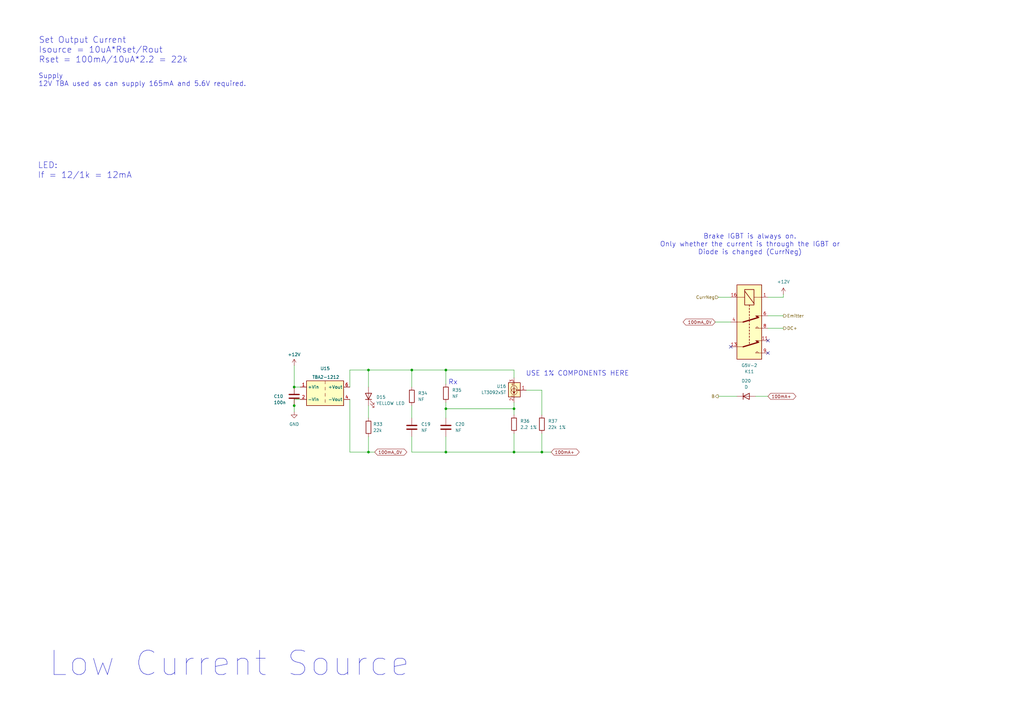
<source format=kicad_sch>
(kicad_sch (version 20231120) (generator "eeschema") (generator_version "8.0")
  (paper "A3")
  (title_block (title "GAVIM V4 TEST 137") (date "2024-06-25") (rev "04.02") (company "Nidec Drives"))
  (lib_symbols
    (symbol "Converter_DCDC:TBA2-1212"
      (property "Reference" "U" (at -6.35 6.35 0))
      (property "Value" "TBA2-1212" (at 2.54 6.35 0))
      (symbol "TBA2-1212_0_1"
        (rectangle (start -7.62 5.08) (end 7.62 -5.08) (stroke (width 0.254)) (fill (type background)))
        (polyline (pts (xy 0 -2.54) (xy 0 -3.81)))
        (polyline (pts (xy 0 0) (xy 0 -1.27)))
        (polyline (pts (xy 0 2.54) (xy 0 1.27)))
        (polyline (pts (xy 0 5.08) (xy 0 3.81)))
      )
      (symbol "TBA2-1212_1_1"
        (pin power_in line (at -10.16 2.54 0) (length 2.54) (name "+Vin") (number "1"))
        (pin power_in line (at -10.16 -2.54 0) (length 2.54) (name "-Vin") (number "2"))
        (pin power_out line (at 10.16 -2.54 180) (length 2.54) (name "-Vout") (number "4"))
        (pin power_out line (at 10.16 2.54 180) (length 2.54) (name "+Vout") (number "6"))
      )
    )
    (symbol "Device:C" (pin_numbers hide) (pin_names (offset 0.254))
      (property "Reference" "C" (at 0.635 2.54 0))
      (property "Value" "C" (at 0.635 -2.54 0))
      (symbol "C_0_1"
        (polyline (pts (xy -2.032 -0.762) (xy 2.032 -0.762)) (stroke (width 0.508)))
        (polyline (pts (xy -2.032 0.762) (xy 2.032 0.762)) (stroke (width 0.508)))
      )
      (symbol "C_1_1"
        (pin passive line (at 0 3.81 270) (length 2.794) (name "~") (number "1"))
        (pin passive line (at 0 -3.81 90) (length 2.794) (name "~") (number "2"))
      )
    )
    (symbol "Device:D" (pin_numbers hide) (pin_names (offset 1.016) hide)
      (property "Reference" "D" (at 0 2.54 0))
      (property "Value" "D" (at 0 -2.54 0))
      (symbol "D_0_1"
        (polyline (pts (xy -1.27 1.27) (xy -1.27 -1.27)) (stroke (width 0.254)))
        (polyline (pts (xy 1.27 0) (xy -1.27 0)))
        (polyline (pts (xy 1.27 1.27) (xy 1.27 -1.27) (xy -1.27 0) (xy 1.27 1.27)) (stroke (width 0.254)))
      )
      (symbol "D_1_1"
        (pin passive line (at -3.81 0 0) (length 2.54) (name "K") (number "1"))
        (pin passive line (at 3.81 0 180) (length 2.54) (name "A") (number "2"))
      )
    )
    (symbol "Device:LED" (pin_numbers hide) (pin_names (offset 1.016) hide)
      (property "Reference" "D" (at 0 2.54 0))
      (property "Value" "LED" (at 0 -2.54 0))
      (symbol "LED_0_1"
        (polyline (pts (xy -1.27 -1.27) (xy -1.27 1.27)) (stroke (width 0.254)))
        (polyline (pts (xy -1.27 0) (xy 1.27 0)))
        (polyline (pts (xy 1.27 -1.27) (xy 1.27 1.27) (xy -1.27 0) (xy 1.27 -1.27)) (stroke (width 0.254)))
        (polyline (pts (xy -3.048 -0.762) (xy -4.572 -2.286) (xy -3.81 -2.286) (xy -4.572 -2.286) (xy -4.572 -1.524)))
        (polyline (pts (xy -1.778 -0.762) (xy -3.302 -2.286) (xy -2.54 -2.286) (xy -3.302 -2.286) (xy -3.302 -1.524)))
      )
      (symbol "LED_1_1"
        (pin passive line (at -3.81 0 0) (length 2.54) (name "K") (number "1"))
        (pin passive line (at 3.81 0 180) (length 2.54) (name "A") (number "2"))
      )
    )
    (symbol "Device:R" (pin_numbers hide) (pin_names (offset 0))
      (property "Reference" "R" (at 2.032 0 90))
      (property "Value" "R" (at 0 0 90))
      (symbol "R_0_1"
        (rectangle (start -1.016 -2.54) (end 1.016 2.54) (stroke (width 0.254)))
      )
      (symbol "R_1_1"
        (pin passive line (at 0 3.81 270) (length 1.27) (name "~") (number "1"))
        (pin passive line (at 0 -3.81 90) (length 1.27) (name "~") (number "2"))
      )
    )
    (symbol "Reference_Current:LT3092xST"
      (property "Reference" "U" (at 0.635 6.35 0))
      (property "Value" "LT3092xST" (at 0.635 4.445 0))
      (symbol "LT3092xST_0_1"
        (rectangle (start -2.286 3.048) (end 2.54 -2.794) (stroke (width 0.254)) (fill (type background)))
        (circle (center 0 -0.635) (radius 1.27))
        (polyline (pts (xy -1.143 -2.413) (xy -0.381 -2.413)))
        (polyline (pts (xy -1.016 2.413) (xy -0.254 2.413)))
        (polyline (pts (xy -0.635 2.794) (xy -0.635 2.032)))
        (polyline (pts (xy 0 -1.905) (xy 0 -3.175)))
        (polyline (pts (xy 0 1.397) (xy 0 -1.397)) (stroke (width 0.254)))
        (polyline (pts (xy 0 3.81) (xy 0 1.905)))
        (polyline (pts (xy 5.08 0) (xy 1.27 0)))
        (polyline (pts (xy 0 -1.397) (xy -0.254 -0.889) (xy 0.254 -0.889) (xy 0 -1.397)) (stroke (width 0.254)))
        (polyline (pts (xy 1.27 0) (xy 2.159 0.254) (xy 2.159 -0.254) (xy 1.27 0)))
        (circle (center 0 0.635) (radius 1.27))
      )
      (symbol "LT3092xST_1_1"
        (pin passive line (at 5.08 0 180) (length 2.54) (name "~") (number "1"))
        (pin passive line (at 0 -5.08 90) (length 2.54) (name "~") (number "2"))
        (pin passive line (at 0 5.08 270) (length 2.54) (name "~") (number "3"))
      )
    )
    (symbol "Relay:G5V-2"
      (property "Reference" "K" (at 16.51 3.81 0))
      (property "Value" "G5V-2" (at 16.51 1.27 0))
      (symbol "G5V-2_0_1"
        (rectangle (start -15.24 5.08) (end 15.24 -5.08) (stroke (width 0.254)) (fill (type background)))
        (rectangle (start -13.335 1.905) (end -6.985 -1.905) (stroke (width 0.254)))
        (polyline (pts (xy -12.7 -1.905) (xy -7.62 1.905)) (stroke (width 0.254)))
        (polyline (pts (xy -10.16 -5.08) (xy -10.16 -1.905)))
        (polyline (pts (xy -10.16 5.08) (xy -10.16 1.905)))
        (polyline (pts (xy -6.985 0) (xy -6.35 0)) (stroke (width 0.254)))
        (polyline (pts (xy -5.715 0) (xy -5.08 0)) (stroke (width 0.254)))
        (polyline (pts (xy -4.445 0) (xy -3.81 0)) (stroke (width 0.254)))
        (polyline (pts (xy -3.175 0) (xy -2.54 0)) (stroke (width 0.254)))
        (polyline (pts (xy -1.905 0) (xy -1.27 0)) (stroke (width 0.254)))
        (polyline (pts (xy -0.635 0) (xy 0 0)) (stroke (width 0.254)))
        (polyline (pts (xy 0 -2.54) (xy -1.905 3.81)) (stroke (width 0.508)))
        (polyline (pts (xy 0 -2.54) (xy 0 -5.08)))
        (polyline (pts (xy 0.635 0) (xy 1.27 0)) (stroke (width 0.254)))
        (polyline (pts (xy 1.905 0) (xy 2.54 0)) (stroke (width 0.254)))
        (polyline (pts (xy 3.175 0) (xy 3.81 0)) (stroke (width 0.254)))
        (polyline (pts (xy 4.445 0) (xy 5.08 0)) (stroke (width 0.254)))
        (polyline (pts (xy 5.715 0) (xy 6.35 0)) (stroke (width 0.254)))
        (polyline (pts (xy 6.985 0) (xy 7.62 0)) (stroke (width 0.254)))
        (polyline (pts (xy 8.255 0) (xy 8.89 0)) (stroke (width 0.254)))
        (polyline (pts (xy 10.16 -2.54) (xy 8.255 3.81)) (stroke (width 0.508)))
        (polyline (pts (xy 10.16 -2.54) (xy 10.16 -5.08)))
        (polyline (pts (xy -2.54 5.08) (xy -2.54 2.54) (xy -1.905 3.175) (xy -2.54 3.81)) (fill (type outline)))
        (polyline (pts (xy 2.54 5.08) (xy 2.54 2.54) (xy 1.905 3.175) (xy 2.54 3.81)))
        (polyline (pts (xy 7.62 5.08) (xy 7.62 2.54) (xy 8.255 3.175) (xy 7.62 3.81)) (fill (type outline)))
        (polyline (pts (xy 12.7 5.08) (xy 12.7 2.54) (xy 12.065 3.175) (xy 12.7 3.81)))
      )
      (symbol "G5V-2_1_1"
        (pin passive line (at -10.16 7.62 270) (length 2.54) (name "~") (number "1"))
        (pin passive line (at 7.62 7.62 270) (length 2.54) (name "~") (number "11"))
        (pin passive line (at 10.16 -7.62 90) (length 2.54) (name "~") (number "13"))
        (pin passive line (at -10.16 -7.62 90) (length 2.54) (name "~") (number "16"))
        (pin passive line (at 0 -7.62 90) (length 2.54) (name "~") (number "4"))
        (pin passive line (at -2.54 7.62 270) (length 2.54) (name "~") (number "6"))
        (pin passive line (at 2.54 7.62 270) (length 2.54) (name "~") (number "8"))
        (pin passive line (at 12.7 7.62 270) (length 2.54) (name "~") (number "9"))
      )
    )
    (symbol "power:+12V" (power) (pin_numbers hide) (pin_names (offset 0) hide)
      (property "Value" "+12V" (at 0 3.556 0))
      (symbol "+12V_0_1"
        (polyline (pts (xy -0.762 1.27) (xy 0 2.54)))
        (polyline (pts (xy 0 0) (xy 0 2.54)))
        (polyline (pts (xy 0 2.54) (xy 0.762 1.27)))
      )
      (symbol "+12V_1_1"
        (pin power_in line (at 0 0 90) (length 0) (name "~") (number "1"))
      )
    )
    (symbol "power:GND" (power) (pin_names (offset 0))
      (property "Value" "GND" (at 0 -3.81 0))
      (symbol "GND_0_1"
        (polyline (pts (xy 0 0) (xy 0 -1.27) (xy 1.27 -1.27) (xy 0 -2.54) (xy -1.27 -1.27) (xy 0 -1.27)))
      )
      (symbol "GND_1_1"
        (pin power_in line (at 0 0 270) (length 0) hide (name "GND") (number "1"))
      )
    )
  )
  (junction (at 222.25 185.42))
  (junction (at 168.91 151.765))
  (junction (at 120.65 158.75))
  (junction (at 182.88 151.765))
  (junction (at 151.13 185.42))
  (junction (at 210.82 167.64))
  (junction (at 120.65 166.37))
  (junction (at 151.13 151.765))
  (junction (at 182.88 167.64))
  (junction (at 182.88 185.42))
  (junction (at 210.82 185.42))
  (no_connect (at 299.72 142.24))
  (no_connect (at 314.96 144.78))
  (no_connect (at 314.96 139.7))
  (wire (pts (xy 314.96 129.54) (xy 321.31 129.54)))
  (wire (pts (xy 151.13 151.765) (xy 168.91 151.765)))
  (wire (pts (xy 210.82 151.765) (xy 210.82 154.94)))
  (wire (pts (xy 120.65 168.91) (xy 120.65 166.37)))
  (wire (pts (xy 222.25 170.18) (xy 222.25 160.02)))
  (wire (pts (xy 168.91 151.765) (xy 182.88 151.765)))
  (wire (pts (xy 143.51 151.765) (xy 143.51 158.75)))
  (wire (pts (xy 120.65 166.37) (xy 120.65 163.83)))
  (wire (pts (xy 182.88 165.1) (xy 182.88 167.64)))
  (wire (pts (xy 210.82 185.42) (xy 222.25 185.42)))
  (wire (pts (xy 210.82 167.64) (xy 210.82 170.18)))
  (wire (pts (xy 143.51 163.83) (xy 143.51 185.42)))
  (wire (pts (xy 151.13 179.07) (xy 151.13 185.42)))
  (wire (pts (xy 168.91 179.07) (xy 168.91 185.42)))
  (wire (pts (xy 314.96 134.62) (xy 321.31 134.62)))
  (wire (pts (xy 210.82 165.1) (xy 210.82 167.64)))
  (wire (pts (xy 210.82 177.8) (xy 210.82 185.42)))
  (wire (pts (xy 222.25 177.8) (xy 222.25 185.42)))
  (wire (pts (xy 222.25 160.02) (xy 215.9 160.02)))
  (wire (pts (xy 151.13 166.37) (xy 151.13 171.45)))
  (wire (pts (xy 151.13 185.42) (xy 153.67 185.42)))
  (wire (pts (xy 168.91 166.37) (xy 168.91 171.45)))
  (wire (pts (xy 182.88 185.42) (xy 210.82 185.42)))
  (wire (pts (xy 182.88 151.765) (xy 210.82 151.765)))
  (wire (pts (xy 182.88 179.07) (xy 182.88 185.42)))
  (wire (pts (xy 302.26 162.56) (xy 294.64 162.56)))
  (wire (pts (xy 151.13 151.765) (xy 151.13 158.75)))
  (wire (pts (xy 143.51 185.42) (xy 151.13 185.42)))
  (wire (pts (xy 293.37 132.08) (xy 299.72 132.08)))
  (wire (pts (xy 182.88 167.64) (xy 210.82 167.64)))
  (wire (pts (xy 222.25 185.42) (xy 226.06 185.42)))
  (wire (pts (xy 294.64 121.92) (xy 299.72 121.92)))
  (wire (pts (xy 182.88 151.765) (xy 182.88 157.48)))
  (wire (pts (xy 143.51 151.765) (xy 151.13 151.765)))
  (wire (pts (xy 314.96 162.56) (xy 309.88 162.56)))
  (wire (pts (xy 182.88 167.64) (xy 182.88 171.45)))
  (wire (pts (xy 321.31 120.65) (xy 321.31 121.92)))
  (wire (pts (xy 120.65 163.83) (xy 123.19 163.83)))
  (wire (pts (xy 120.65 158.75) (xy 123.19 158.75)))
  (wire (pts (xy 314.96 121.92) (xy 321.31 121.92)))
  (wire (pts (xy 168.91 185.42) (xy 182.88 185.42)))
  (wire (pts (xy 168.91 151.765) (xy 168.91 158.75)))
  (wire (pts (xy 120.65 149.86) (xy 120.65 158.75)))
  (text "Supply\n12V TBA used as can supply 165mA and 5.6V required.\n\n" (at 15.748 38.862 0) (effects (font (size 2 2)) (justify left bottom)))
  (text "Brake IGBT is always on.\nOnly whether the current is through the IGBT or\nDiode is changed (CurrNeg)" (at 307.594 104.648 0) (effects (font (size 2 2)) (justify bottom)))
  (text "LED:\nIf = 12/1k = 12mA" (at 15.494 73.406 0) (effects (font (size 2.5 2.5)) (justify left bottom)))
  (text "Rx" (at 183.896 157.988 0) (effects (font (size 2 2)) (justify left bottom)))
  (text "Set Output Current\nIsource = 10uA*Rset/Rout\nRset = 100mA/10uA*2.2 = 22k" (at 15.875 26.035 0) (effects (font (size 2.5 2.5)) (justify left bottom)))
  (text "USE 1% COMPONENTS HERE" (at 215.646 154.432 0) (effects (font (size 2 2)) (justify left bottom)))
  (text "Low Current Source" (at 19.685 278.13 0) (effects (font (size 10 10)) (justify left bottom)))
  (global_label "100mA_0V" (shape bidirectional) (at 153.67 185.42 0) (property "Intersheetrefs" "${INTERSHEET_REFS}" (effects (hide yes))))
  (global_label "100mA+" (shape bidirectional) (at 226.06 185.42 0) (property "Intersheetrefs" "${INTERSHEET_REFS}" (effects (hide yes))))
  (global_label "100mA+" (shape bidirectional) (at 314.96 162.56 0) (property "Intersheetrefs" "${INTERSHEET_REFS}" (effects (hide yes))))
  (global_label "100mA_0V" (shape bidirectional) (at 293.37 132.08 180) (property "Intersheetrefs" "${INTERSHEET_REFS}" (effects (hide yes))))
  (hierarchical_label "Emitter" (shape output) (at 321.31 129.54 0))
  (hierarchical_label "CurrNeg" (shape input) (at 294.64 121.92 180))
  (hierarchical_label "B" (shape output) (at 294.64 162.56 180))
  (hierarchical_label "DC+" (shape output) (at 321.31 134.62 0))
  (symbol (lib_id "power:+12V") (at 321.31 120.65 0) (unit 1)
    (property "Reference" "#PWR019" (effects (hide yes)))
    (property "Value" "+12V" (at 321.31 115.57 0))
    (property "Description" "Power symbol creates a global label with name \"+12V\"" (effects (hide yes)))
  )
  (symbol (lib_id "Device:LED") (at 151.13 162.56 90) (unit 1)
    (property "Reference" "D15" (at 154.305 162.8775 90) (effects (justify right)))
    (property "Value" "YELLOW LED" (at 154.305 165.4175 90) (effects (justify right)))
    (property "Footprint" "LED_THT:LED_D4.0mm" (effects (hide yes)))
    (property "CT Part Number" "N/A" (effects (hide yes)))
  )
  (symbol (lib_id "Device:C") (at 168.91 175.26 0) (unit 1)
    (property "Reference" "C19" (at 172.72 173.99 0) (effects (justify left)))
    (property "Value" "NF" (at 172.72 176.53 0) (effects (justify left)))
    (property "Footprint" "Capacitor_SMD:C_0603_1608Metric_Pad1.08x0.95mm_HandSolder" (effects (hide yes)))
    (property "CT Part Number" "N/A" (effects (hide yes)))
  )
  (symbol (lib_id "Device:R") (at 210.82 173.99 0) (unit 1)
    (property "Reference" "R36" (at 213.36 172.72 0) (effects (justify left)))
    (property "Value" "2.2 1%" (at 213.36 175.26 0) (effects (justify left)))
    (property "Footprint" "Resistor_SMD:R_0603_1608Metric_Pad0.98x0.95mm_HandSolder" (effects (hide yes)))
    (property "CT Part Number" "N/A" (effects (hide yes)))
  )
  (symbol (lib_id "Device:R") (at 182.88 161.29 0) (unit 1)
    (property "Reference" "R35" (at 185.42 160.02 0) (effects (justify left)))
    (property "Value" "NF" (at 185.42 162.56 0) (effects (justify left)))
    (property "Footprint" "Resistor_SMD:R_0603_1608Metric_Pad0.98x0.95mm_HandSolder" (effects (hide yes)))
    (property "CT Part Number" "N/A" (effects (hide yes)))
  )
  (symbol (lib_id "Converter_DCDC:TBA2-1212") (at 133.35 161.29 0) (unit 1)
    (property "Reference" "U15" (at 133.35 151.13 0))
    (property "Value" "TBA2-1212" (at 133.604 154.686 0))
    (property "Footprint" "Imported Parts:TBA21213" (effects (hide yes)))
    (property "Datasheet" "https://www.tracopower.com/products/tba2.pdf" (effects (hide yes)))
    (property "Description" "2W DC/DC converter unregulated, 10.8-13.2V input, 12V fixed output voltage, 165mA output, 1.5kVDC isolation, SIP-7" (effects (hide yes)))
    (property "CT Part Number" "N/A" (effects (hide yes)))
    (property "Link (Ext)" "https://www.mouser.co.uk/ProductDetail/TRACO-Power/TBA-2-1212?qs=byeeYqUIh0ON8U3yVOJqLg%3D%3D" (effects (hide yes)))
  )
  (symbol (lib_id "Relay:G5V-2") (at 307.34 132.08 270) (unit 1)
    (property "Reference" "K11" (at 307.34 152.4 90))
    (property "Value" "G5V-2" (at 307.34 149.86 90))
    (property "Footprint" "Relay_THT:Relay_DPDT_Omron_G5V-2" (effects (hide yes)))
    (property "Datasheet" "http://omronfs.omron.com/en_US/ecb/products/pdf/en-g5v_2.pdf" (effects (hide yes)))
    (property "Description" "Relay Miniature Omron DPDT" (effects (hide yes)))
  )
  (symbol (lib_id "Device:C") (at 120.65 162.56 0) (unit 1)
    (property "Reference" "C10" (at 112.268 162.56 0) (effects (justify left)))
    (property "Value" "100n" (at 112.268 165.1 0) (effects (justify left)))
    (property "Footprint" "Capacitor_SMD:C_0603_1608Metric_Pad1.08x0.95mm_HandSolder" (effects (hide yes)))
    (property "Description" "Unpolarized capacitor" (effects (hide yes)))
    (property "CT Part Number" "1425-6104" (effects (hide yes)))
  )
  (symbol (lib_id "Device:R") (at 151.13 175.26 0) (unit 1)
    (property "Reference" "R33" (at 153.035 173.99 0) (effects (justify left)))
    (property "Value" "22k" (at 153.035 176.53 0) (effects (justify left)))
    (property "Footprint" "Resistor_SMD:R_0603_1608Metric_Pad0.98x0.95mm_HandSolder" (effects (hide yes)))
    (property "CT Part Number" "1127-4101" (effects (hide yes)))
  )
  (symbol (lib_id "power:GND") (at 120.65 168.91 0) (unit 1)
    (property "Reference" "#PWR0101" (effects (hide yes)))
    (property "Value" "GND" (at 120.65 173.99 0))
  )
  (symbol (lib_id "Device:C") (at 182.88 175.26 0) (unit 1)
    (property "Reference" "C20" (at 186.69 173.99 0) (effects (justify left)))
    (property "Value" "NF" (at 186.69 176.53 0) (effects (justify left)))
    (property "Footprint" "Capacitor_SMD:C_0603_1608Metric_Pad1.08x0.95mm_HandSolder" (effects (hide yes)))
    (property "CT Part Number" "N/A" (effects (hide yes)))
  )
  (symbol (lib_id "Reference_Current:LT3092xST") (at 210.82 160.02 0) (unit 1)
    (property "Reference" "U16" (at 207.645 158.4325 0) (effects (justify right)))
    (property "Value" "LT3092xST" (at 207.645 160.9725 0) (effects (justify right)))
    (property "Footprint" "Package_TO_SOT_SMD:SOT-223-3_TabPin2" (effects (hide yes)))
    (property "Datasheet" "https://www.analog.com/media/en/technical-documentation/data-sheets/3092fc.pdf" (effects (hide yes)))
    (property "CT Part Number" "N/A" (effects (hide yes)))
    (property "Link (Ext)" "https://www.mouser.co.uk/ProductDetail/Analog-Devices/LT3092MPSTPBF?qs=hVkxg5c3xu8pZhW%2F4dcGqw%3D%3D" (effects (hide yes)))
  )
  (symbol (lib_id "Device:D") (at 306.07 162.56 0) (unit 1)
    (property "Reference" "D20" (at 306.07 156.21 0))
    (property "Value" "D" (at 306.07 158.75 0))
    (property "Footprint" "Imported Parts:BAS16" (effects (hide yes)))
    (property "Description" "Diode" (effects (hide yes)))
    (property "Sim.Device" "D" (effects (hide yes)))
    (property "Sim.Pins" "1=K 2=A" (effects (hide yes)))
  )
  (symbol (lib_id "Device:R") (at 222.25 173.99 0) (unit 1)
    (property "Reference" "R37" (at 224.79 172.72 0) (effects (justify left)))
    (property "Value" "22k 1%" (at 224.79 175.26 0) (effects (justify left)))
    (property "Footprint" "Resistor_SMD:R_0603_1608Metric_Pad0.98x0.95mm_HandSolder" (effects (hide yes)))
    (property "CT Part Number" "1127-5221" (effects (hide yes)))
  )
  (symbol (lib_id "Device:R") (at 168.91 162.56 0) (unit 1)
    (property "Reference" "R34" (at 171.45 161.29 0) (effects (justify left)))
    (property "Value" "NF" (at 171.45 163.83 0) (effects (justify left)))
    (property "Footprint" "Resistor_SMD:R_0603_1608Metric_Pad0.98x0.95mm_HandSolder" (effects (hide yes)))
    (property "CT Part Number" "N/A" (effects (hide yes)))
  )
  (symbol (lib_id "power:+12V") (at 120.65 149.86 0) (unit 1)
    (property "Reference" "#PWR0102" (effects (hide yes)))
    (property "Value" "+12V" (at 120.65 145.415 0))
    (property "Description" "Power symbol creates a global label with name \"+12V\"" (effects (hide yes)))
  )
)
</source>
